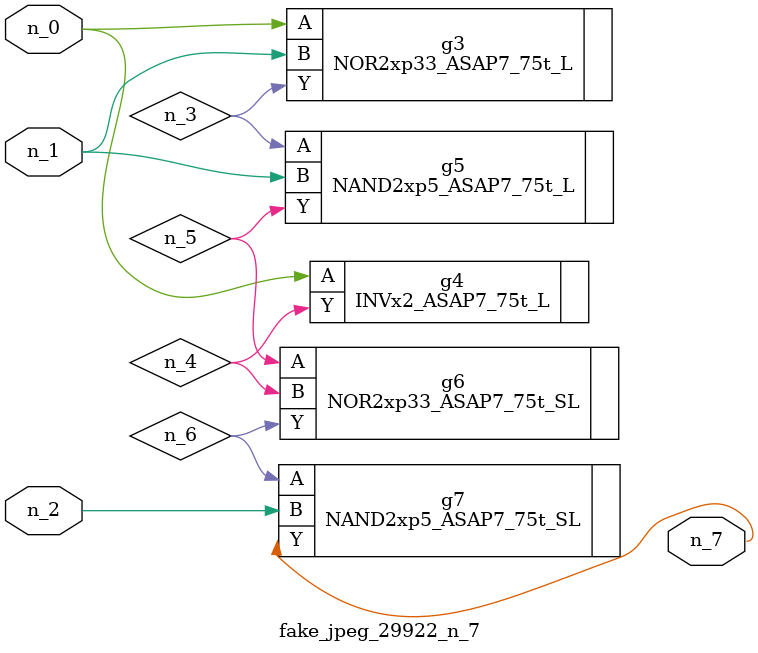
<source format=v>
module fake_jpeg_29922_n_7 (n_0, n_2, n_1, n_7);

input n_0;
input n_2;
input n_1;

output n_7;

wire n_3;
wire n_4;
wire n_6;
wire n_5;

NOR2xp33_ASAP7_75t_L g3 ( 
.A(n_0),
.B(n_1),
.Y(n_3)
);

INVx2_ASAP7_75t_L g4 ( 
.A(n_0),
.Y(n_4)
);

NAND2xp5_ASAP7_75t_L g5 ( 
.A(n_3),
.B(n_1),
.Y(n_5)
);

NOR2xp33_ASAP7_75t_SL g6 ( 
.A(n_5),
.B(n_4),
.Y(n_6)
);

NAND2xp5_ASAP7_75t_SL g7 ( 
.A(n_6),
.B(n_2),
.Y(n_7)
);


endmodule
</source>
